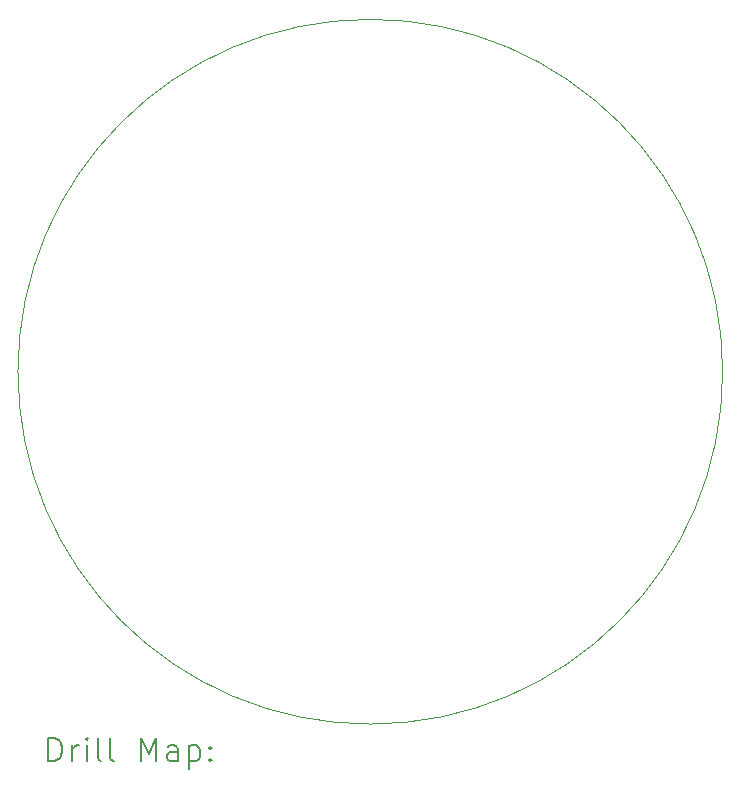
<source format=gbr>
%TF.GenerationSoftware,KiCad,Pcbnew,8.0.6+1*%
%TF.CreationDate,2024-11-22T08:02:13-05:00*%
%TF.ProjectId,GRRCoaster,47525243-6f61-4737-9465-722e6b696361,rev?*%
%TF.SameCoordinates,Original*%
%TF.FileFunction,Drillmap*%
%TF.FilePolarity,Positive*%
%FSLAX45Y45*%
G04 Gerber Fmt 4.5, Leading zero omitted, Abs format (unit mm)*
G04 Created by KiCad (PCBNEW 8.0.6+1) date 2024-11-22 08:02:13*
%MOMM*%
%LPD*%
G01*
G04 APERTURE LIST*
%ADD10C,0.050000*%
%ADD11C,0.200000*%
G04 APERTURE END LIST*
D10*
X7683287Y-4700000D02*
G75*
G02*
X1716713Y-4700000I-2983287J0D01*
G01*
X1716713Y-4700000D02*
G75*
G02*
X7683287Y-4700000I2983287J0D01*
G01*
D11*
X1974990Y-7997271D02*
X1974990Y-7797271D01*
X1974990Y-7797271D02*
X2022609Y-7797271D01*
X2022609Y-7797271D02*
X2051180Y-7806794D01*
X2051180Y-7806794D02*
X2070228Y-7825842D01*
X2070228Y-7825842D02*
X2079752Y-7844890D01*
X2079752Y-7844890D02*
X2089276Y-7882985D01*
X2089276Y-7882985D02*
X2089276Y-7911556D01*
X2089276Y-7911556D02*
X2079752Y-7949651D01*
X2079752Y-7949651D02*
X2070228Y-7968699D01*
X2070228Y-7968699D02*
X2051180Y-7987747D01*
X2051180Y-7987747D02*
X2022609Y-7997271D01*
X2022609Y-7997271D02*
X1974990Y-7997271D01*
X2174990Y-7997271D02*
X2174990Y-7863937D01*
X2174990Y-7902032D02*
X2184514Y-7882985D01*
X2184514Y-7882985D02*
X2194038Y-7873461D01*
X2194038Y-7873461D02*
X2213085Y-7863937D01*
X2213085Y-7863937D02*
X2232133Y-7863937D01*
X2298800Y-7997271D02*
X2298800Y-7863937D01*
X2298800Y-7797271D02*
X2289276Y-7806794D01*
X2289276Y-7806794D02*
X2298800Y-7816318D01*
X2298800Y-7816318D02*
X2308323Y-7806794D01*
X2308323Y-7806794D02*
X2298800Y-7797271D01*
X2298800Y-7797271D02*
X2298800Y-7816318D01*
X2422609Y-7997271D02*
X2403561Y-7987747D01*
X2403561Y-7987747D02*
X2394038Y-7968699D01*
X2394038Y-7968699D02*
X2394038Y-7797271D01*
X2527371Y-7997271D02*
X2508323Y-7987747D01*
X2508323Y-7987747D02*
X2498800Y-7968699D01*
X2498800Y-7968699D02*
X2498800Y-7797271D01*
X2755942Y-7997271D02*
X2755942Y-7797271D01*
X2755942Y-7797271D02*
X2822609Y-7940128D01*
X2822609Y-7940128D02*
X2889276Y-7797271D01*
X2889276Y-7797271D02*
X2889276Y-7997271D01*
X3070228Y-7997271D02*
X3070228Y-7892509D01*
X3070228Y-7892509D02*
X3060704Y-7873461D01*
X3060704Y-7873461D02*
X3041657Y-7863937D01*
X3041657Y-7863937D02*
X3003561Y-7863937D01*
X3003561Y-7863937D02*
X2984514Y-7873461D01*
X3070228Y-7987747D02*
X3051180Y-7997271D01*
X3051180Y-7997271D02*
X3003561Y-7997271D01*
X3003561Y-7997271D02*
X2984514Y-7987747D01*
X2984514Y-7987747D02*
X2974990Y-7968699D01*
X2974990Y-7968699D02*
X2974990Y-7949651D01*
X2974990Y-7949651D02*
X2984514Y-7930604D01*
X2984514Y-7930604D02*
X3003561Y-7921080D01*
X3003561Y-7921080D02*
X3051180Y-7921080D01*
X3051180Y-7921080D02*
X3070228Y-7911556D01*
X3165466Y-7863937D02*
X3165466Y-8063937D01*
X3165466Y-7873461D02*
X3184514Y-7863937D01*
X3184514Y-7863937D02*
X3222609Y-7863937D01*
X3222609Y-7863937D02*
X3241657Y-7873461D01*
X3241657Y-7873461D02*
X3251180Y-7882985D01*
X3251180Y-7882985D02*
X3260704Y-7902032D01*
X3260704Y-7902032D02*
X3260704Y-7959175D01*
X3260704Y-7959175D02*
X3251180Y-7978223D01*
X3251180Y-7978223D02*
X3241657Y-7987747D01*
X3241657Y-7987747D02*
X3222609Y-7997271D01*
X3222609Y-7997271D02*
X3184514Y-7997271D01*
X3184514Y-7997271D02*
X3165466Y-7987747D01*
X3346419Y-7978223D02*
X3355942Y-7987747D01*
X3355942Y-7987747D02*
X3346419Y-7997271D01*
X3346419Y-7997271D02*
X3336895Y-7987747D01*
X3336895Y-7987747D02*
X3346419Y-7978223D01*
X3346419Y-7978223D02*
X3346419Y-7997271D01*
X3346419Y-7873461D02*
X3355942Y-7882985D01*
X3355942Y-7882985D02*
X3346419Y-7892509D01*
X3346419Y-7892509D02*
X3336895Y-7882985D01*
X3336895Y-7882985D02*
X3346419Y-7873461D01*
X3346419Y-7873461D02*
X3346419Y-7892509D01*
M02*

</source>
